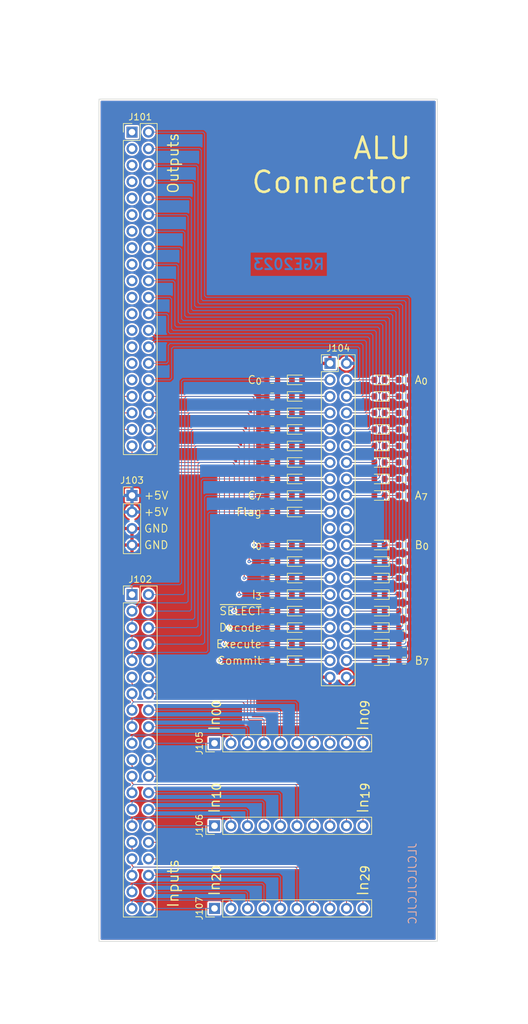
<source format=kicad_pcb>
(kicad_pcb (version 20211014) (generator pcbnew)
  (layers (0 "F.Cu" signal) (31 "B.Cu" signal) (34 "B.Paste" user) (35 "F.Paste" user) (36 "B.SilkS" user "B.Silkscreen") (37 "F.SilkS" user "F.Silkscreen") (38 "B.Mask" user) (39 "F.Mask" user) (44 "Edge.Cuts" user))
  (net 0 "")
  (net 2 "/A_{0}")
  (net 4 "/A_{1}")
  (net 6 "/A_{2}")
  (net 8 "/A_{3}")
  (net 10 "/A_{4}")
  (net 12 "/A_{5}")
  (net 14 "/A_{6}")
  (net 16 "/A_{7}")
  (net 18 "/B_{0}")
  (net 20 "/B_{1}")
  (net 22 "/B_{2}")
  (net 24 "/B_{3}")
  (net 25 "/I_{0}")
  (net 26 "/B_{4}")
  (net 27 "/I_{1}")
  (net 28 "/B_{5}")
  (net 29 "/I_{2}")
  (net 30 "/B_{6}")
  (net 31 "/I_{3}")
  (net 32 "/B_{7}")
  (net 33 "/~{SELECT}")
  (net 34 "Net-(D101-Pad1)")
  (net 35 "/Decode")
  (net 36 "Net-(D102-Pad1)")
  (net 37 "/Execute")
  (net 38 "Net-(D103-Pad1)")
  (net 39 "/Commit")
  (net 40 "Net-(D104-Pad1)")
  (net 41 "Net-(D116-Pad1)")
  (net 42 "/In_{18}")
  (net 43 "/In_{19}")
  (net 44 "/In_{16}")
  (net 45 "/In_{17}")
  (net 46 "/In_{15}")
  (net 47 "/DALU_{flag}")
  (net 48 "/In_{14}")
  (net 49 "/In_{13}")
  (net 50 "/In_{12}")
  (net 51 "/In_{11}")
  (net 52 "/In_{10}")
  (net 53 "+5V")
  (net 54 "GND")
  (net 55 "/C_{0}")
  (net 56 "/C_{1}")
  (net 57 "/C_{2}")
  (net 58 "/C_{3}")
  (net 59 "/C_{4}")
  (net 60 "/C_{5}")
  (net 61 "/C_{6}")
  (net 62 "/C_{7}")
  (net 66 "Net-(D105-Pad1)")
  (net 67 "Net-(D106-Pad1)")
  (net 68 "Net-(D107-Pad1)")
  (net 69 "Net-(D108-Pad1)")
  (net 74 "Net-(D109-Pad1)")
  (net 75 "/In_{28}")
  (net 76 "Net-(D111-Pad1)")
  (net 77 "Net-(D110-Pad1)")
  (net 78 "Net-(D112-Pad1)")
  (net 79 "Net-(D113-Pad1)")
  (net 80 "Net-(D114-Pad1)")
  (net 81 "Net-(D115-Pad1)")
  (net 82 "Net-(D117-Pad1)")
  (net 83 "Net-(D118-Pad1)")
  (net 84 "Net-(D119-Pad1)")
  (net 85 "Net-(D120-Pad1)")
  (net 86 "Net-(D121-Pad1)")
  (net 87 "Net-(D122-Pad1)")
  (net 88 "Net-(D123-Pad1)")
  (net 89 "Net-(D124-Pad1)")
  (net 90 "/In_{29}")
  (net 91 "/In_{26}")
  (net 92 "/In_{27}")
  (net 93 "/In_{25}")
  (net 94 "/In_{24}")
  (net 95 "/In_{23}")
  (net 96 "/In_{22}")
  (net 97 "/In_{21}")
  (net 98 "/In_{20}")
  (net 99 "Net-(D125-Pad1)")
  (net 100 "Net-(D126-Pad1)")
  (net 101 "Net-(D127-Pad1)")
  (net 102 "Net-(D128-Pad1)")
  (net 103 "Net-(D129-Pad1)")
  (net 104 "Net-(D130-Pad1)")
  (net 105 "Net-(D131-Pad1)")
  (net 106 "Net-(D132-Pad1)")
  (net 107 "Net-(D133-Pad1)")
  (net 109 "/In_{00}")
  (net 110 "/In_{01}")
  (net 111 "/In_{02}")
  (net 112 "/In_{03}")
  (net 113 "/In_{04}")
  (net 114 "/In_{05}")
  (net 115 "/In_{06}")
  (net 116 "/In_{07}")
  (net 117 "/In_{08}")
  (net 118 "/In_{09}")
  (footprint "Resistor_SMD:R_0603_1608Metric" (layer "F.Cu") (at 92.71 124.46)
    (fp_text reference "R121" hide)
    (fp_text value "4k7")
  )
  (footprint "Resistor_SMD:R_0603_1608Metric" (layer "F.Cu") (at 92.71 96.52)
    (fp_text reference "R112" hide)
    (fp_text value "4k7")
  )
  (footprint "Resistor_SMD:R_0603_1608Metric" (layer "F.Cu") (at 72.39 104.14 180)
    (fp_text reference "R131" hide)
    (fp_text value "4k7")
  )
  (footprint "Connector_PinHeader_2.54mm:PinHeader_2x20_P2.54mm_Vertical" (layer "F.Cu") (at 50.8 50.8)
    (fp_text reference "J101")
    (fp_text value "Conn_02x20_Odd_Even")
  )
  (footprint "LED_SMD:LED_0603_1608Metric" (layer "F.Cu") (at 76.2 109.22)
    (fp_text reference "D133" hide)
    (fp_text value "Yellow")
  )
  (footprint "Resistor_SMD:R_0603_1608Metric" (layer "F.Cu") (at 92.71 119.38)
    (fp_text reference "R119" hide)
    (fp_text value "4k7")
  )
  (footprint "Resistor_SMD:R_0603_1608Metric" (layer "F.Cu") (at 72.39 132.08)
    (fp_text reference "R108" hide)
    (fp_text value "4k7")
  )
  (footprint "LED_SMD:LED_0603_1608Metric" (layer "F.Cu") (at 76.2 106.68)
    (fp_text reference "D132" hide)
    (fp_text value "Yellow")
  )
  (footprint "LED_SMD:LED_0603_1608Metric" (layer "F.Cu") (at 88.9 121.92 180)
    (fp_text reference "D120" hide)
    (fp_text value "Green")
  )
  (footprint "Resistor_SMD:R_0603_1608Metric" (layer "F.Cu") (at 92.71 127)
    (fp_text reference "R122" hide)
    (fp_text value "4k7")
  )
  (footprint "Resistor_SMD:R_0603_1608Metric" (layer "F.Cu") (at 92.71 106.68)
    (fp_text reference "R116" hide)
    (fp_text value "4k7")
  )
  (footprint "LED_SMD:LED_0603_1608Metric" (layer "F.Cu") (at 76.2 121.92)
    (fp_text reference "D104" hide)
    (fp_text value "Blue")
  )
  (footprint "Resistor_SMD:R_0603_1608Metric" (layer "F.Cu") (at 72.39 119.38)
    (fp_text reference "R103" hide)
    (fp_text value "4k7")
  )
  (footprint "LED_SMD:LED_0603_1608Metric" (layer "F.Cu") (at 76.2 119.38)
    (fp_text reference "D103" hide)
    (fp_text value "Blue")
  )
  (footprint "LED_SMD:LED_0603_1608Metric" (layer "F.Cu") (at 88.9 101.6 180)
    (fp_text reference "D114" hide)
    (fp_text value "Green")
  )
  (footprint "LED_SMD:LED_0603_1608Metric" (layer "F.Cu") (at 76.2 129.54)
    (fp_text reference "D107" hide)
    (fp_text value "Blue")
  )
  (footprint "Resistor_SMD:R_0603_1608Metric" (layer "F.Cu") (at 92.71 91.44)
    (fp_text reference "R110" hide)
    (fp_text value "4k7")
  )
  (footprint "Resistor_SMD:R_0603_1608Metric" (layer "F.Cu") (at 72.39 116.84)
    (fp_text reference "R102" hide)
    (fp_text value "4k7")
  )
  (footprint "LED_SMD:LED_0603_1608Metric" (layer "F.Cu") (at 76.2 93.98)
    (fp_text reference "D127" hide)
    (fp_text value "Yellow")
  )
  (footprint "Resistor_SMD:R_0603_1608Metric" (layer "F.Cu") (at 72.39 91.44 180)
    (fp_text reference "R126" hide)
    (fp_text value "4k7")
  )
  (footprint "Resistor_SMD:R_0603_1608Metric" (layer "F.Cu") (at 92.71 129.54)
    (fp_text reference "R123" hide)
    (fp_text value "4k7")
  )
  (footprint "Resistor_SMD:R_0603_1608Metric" (layer "F.Cu") (at 92.71 104.14)
    (fp_text reference "R115" hide)
    (fp_text value "4k7")
  )
  (footprint "Resistor_SMD:R_0603_1608Metric" (layer "F.Cu") (at 92.71 114.3)
    (fp_text reference "R117" hide)
    (fp_text value "4k7")
  )
  (footprint "LED_SMD:LED_0603_1608Metric" (layer "F.Cu") (at 76.2 132.08)
    (fp_text reference "D108" hide)
    (fp_text value "Blue")
  )
  (footprint "Resistor_SMD:R_0603_1608Metric" (layer "F.Cu") (at 72.39 109.22 180)
    (fp_text reference "R133" hide)
    (fp_text value "4k7")
  )
  (footprint "LED_SMD:LED_0603_1608Metric" (layer "F.Cu") (at 88.9 91.44 180)
    (fp_text reference "D110" hide)
    (fp_text value "Green")
  )
  (footprint "LED_SMD:LED_0603_1608Metric" (layer "F.Cu") (at 88.9 106.68 180)
    (fp_text reference "D116" hide)
    (fp_text value "Green")
  )
  (footprint "Resistor_SMD:R_0603_1608Metric" (layer "F.Cu") (at 72.39 99.06 180)
    (fp_text reference "R129" hide)
    (fp_text value "4k7")
  )
  (footprint "LED_SMD:LED_0603_1608Metric" (layer "F.Cu") (at 76.2 116.84)
    (fp_text reference "D102" hide)
    (fp_text value "Blue")
  )
  (footprint "Resistor_SMD:R_0603_1608Metric" (layer "F.Cu") (at 72.39 129.54)
    (fp_text reference "R107" hide)
    (fp_text value "4k7")
  )
  (footprint "LED_SMD:LED_0603_1608Metric" (layer "F.Cu") (at 88.9 127 180)
    (fp_text reference "D122" hide)
    (fp_text value "Green")
  )
  (footprint "LED_SMD:LED_0603_1608Metric" (layer "F.Cu") (at 76.2 88.9)
    (fp_text reference "D125" hide)
    (fp_text value "Yellow")
  )
  (footprint "LED_SMD:LED_0603_1608Metric" (layer "F.Cu") (at 76.2 127)
    (fp_text reference "D106" hide)
    (fp_text value "Blue")
  )
  (footprint "LED_SMD:LED_0603_1608Metric" (layer "F.Cu") (at 88.9 104.14 180)
    (fp_text reference "D115" hide)
    (fp_text value "Green")
  )
  (footprint "LED_SMD:LED_0603_1608Metric" (layer "F.Cu") (at 76.2 91.44)
    (fp_text reference "D126" hide)
    (fp_text value "Yellow")
  )
  (footprint "LED_SMD:LED_0603_1608Metric" (layer "F.Cu") (at 88.9 96.52 180)
    (fp_text reference "D112" hide)
    (fp_text value "Green")
  )
  (footprint "LED_SMD:LED_0603_1608Metric" (layer "F.Cu") (at 88.9 132.08 180)
    (fp_text reference "D124" hide)
    (fp_text value "Green")
  )
  (footprint "LED_SMD:LED_0603_1608Metric" (layer "F.Cu") (at 76.2 96.52)
    (fp_text reference "D128" hide)
    (fp_text value "Yellow")
  )
  (footprint "LED_SMD:LED_0603_1608Metric" (layer "F.Cu") (at 88.9 124.46 180)
    (fp_text reference "D121" hide)
    (fp_text value "Green")
  )
  (footprint "LED_SMD:LED_0603_1608Metric" (layer "F.Cu") (at 88.9 129.54 180)
    (fp_text reference "D123" hide)
    (fp_text value "Green")
  )
  (footprint "Resistor_SMD:R_0603_1608Metric" (layer "F.Cu") (at 92.71 121.92)
    (fp_text reference "R120" hide)
    (fp_text value "4k7")
  )
  (footprint "Resistor_SMD:R_0603_1608Metric" (layer "F.Cu") (at 72.39 124.46)
    (fp_text reference "R105" hide)
    (fp_text value "4k7")
  )
  (footprint "LED_SMD:LED_0603_1608Metric" (layer "F.Cu") (at 88.9 93.98 180)
    (fp_text reference "D111" hide)
    (fp_text value "Green")
  )
  (footprint "Connector_PinHeader_2.54mm:PinHeader_2x20_P2.54mm_Vertical" (layer "F.Cu") (at 81.28 86.36)
    (fp_text reference "J104")
    (fp_text value "Conn_02x20_Odd_Even")
  )
  (footprint "Resistor_SMD:R_0603_1608Metric" (layer "F.Cu") (at 92.71 116.84)
    (fp_text reference "R118" hide)
    (fp_text value "4k7")
  )
  (footprint "Connector_PinHeader_2.54mm:PinHeader_1x10_P2.54mm_Vertical" (layer "F.Cu") (at 63.5 170.18 90)
    (fp_text reference "J107")
    (fp_text value "Conn_01x10")
  )
  (footprint "LED_SMD:LED_0603_1608Metric" (layer "F.Cu") (at 88.9 114.3 180)
    (fp_text reference "D117" hide)
    (fp_text value "Green")
  )
  (footprint "LED_SMD:LED_0603_1608Metric" (layer "F.Cu") (at 88.9 119.38 180)
    (fp_text reference "D119" hide)
    (fp_text value "Green")
  )
  (footprint "Resistor_SMD:R_0603_1608Metric" (layer "F.Cu") (at 72.39 93.98 180)
    (fp_text reference "R127" hide)
    (fp_text value "4k7")
  )
  (footprint "Resistor_SMD:R_0603_1608Metric" (layer "F.Cu") (at 72.39 106.68 180)
    (fp_text reference "R132" hide)
    (fp_text value "4k7")
  )
  (footprint "LED_SMD:LED_0603_1608Metric" (layer "F.Cu") (at 88.9 99.06 180)
    (fp_text reference "D113" hide)
    (fp_text value "Green")
  )
  (footprint "Resistor_SMD:R_0603_1608Metric" (layer "F.Cu") (at 72.39 114.3)
    (fp_text reference "R101" hide)
    (fp_text value "4k7")
  )
  (footprint "LED_SMD:LED_0603_1608Metric" (layer "F.Cu") (at 76.2 104.14)
    (fp_text reference "D131" hide)
    (fp_text value "Yellow")
  )
  (footprint "Connector_PinHeader_2.54mm:PinHeader_1x10_P2.54mm_Vertical" (layer "F.Cu") (at 63.5 144.78 90)
    (fp_text reference "J105")
    (fp_text value "Conn_01x10")
  )
  (footprint "Connector_PinHeader_2.54mm:PinHeader_1x04_P2.54mm_Vertical" (layer "F.Cu") (at 50.8 106.68)
    (fp_text reference "J103")
    (fp_text value "Conn_01x04")
  )
  (footprint "Resistor_SMD:R_0603_1608Metric" (layer "F.Cu") (at 92.71 101.6)
    (fp_text reference "R114" hide)
    (fp_text value "4k7")
  )
  (footprint "Resistor_SMD:R_0603_1608Metric" (layer "F.Cu") (at 92.71 88.9)
    (fp_text reference "R109" hide)
    (fp_text value "4k7")
  )
  (footprint "Connector_PinHeader_2.54mm:PinHeader_1x10_P2.54mm_Vertical" (layer "F.Cu") (at 63.5 157.48 90)
    (fp_text reference "J106")
    (fp_text value "Conn_01x10")
  )
  (footprint "LED_SMD:LED_0603_1608Metric" (layer "F.Cu") (at 88.9 116.84 180)
    (fp_text reference "D118" hide)
    (fp_text value "Green")
  )
  (footprint "LED_SMD:LED_0603_1608Metric" (layer "F.Cu") (at 76.2 114.3)
    (fp_text reference "D101" hide)
    (fp_text value "Blue")
  )
  (footprint "Resistor_SMD:R_0603_1608Metric" (layer "F.Cu") (at 72.39 88.9 180)
    (fp_text reference "R125" hide)
    (fp_text value "4k7")
  )
  (footprint "Resistor_SMD:R_0603_1608Metric" (layer "F.Cu") (at 92.71 99.06)
    (fp_text reference "R113" hide)
    (fp_text value "4k7")
  )
  (footprint "LED_SMD:LED_0603_1608Metric" (layer "F.Cu") (at 88.9 88.9 180)
    (fp_text reference "D109" hide)
    (fp_text value "Green")
  )
  (footprint "Resistor_SMD:R_0603_1608Metric" (layer "F.Cu") (at 72.39 96.52 180)
    (fp_text reference "R128" hide)
    (fp_text value "4k7")
  )
  (footprint "Resistor_SMD:R_0603_1608Metric" (layer "F.Cu") (at 92.71 93.98)
    (fp_text reference "R111" hide)
    (fp_text value "4k7")
  )
  (footprint "Resistor_SMD:R_0603_1608Metric" (layer "F.Cu") (at 72.39 127)
    (fp_text reference "R106" hide)
    (fp_text value "4k7")
  )
  (footprint "Resistor_SMD:R_0603_1608Metric" (layer "F.Cu") (at 92.71 132.08)
    (fp_text reference "R124" hide)
    (fp_text value "4k7")
  )
  (footprint "Resistor_SMD:R_0603_1608Metric" (layer "F.Cu") (at 72.39 101.6 180)
    (fp_text reference "R130" hide)
    (fp_text value "4k7")
  )
  (footprint "LED_SMD:LED_0603_1608Metric" (layer "F.Cu") (at 76.2 101.6)
    (fp_text reference "D130" hide)
    (fp_text value "Yellow")
  )
  (footprint "LED_SMD:LED_0603_1608Metric" (layer "F.Cu") (at 76.2 99.06)
    (fp_text reference "D129" hide)
    (fp_text value "Yellow")
  )
  (footprint "Connector_PinHeader_2.54mm:PinHeader_2x20_P2.54mm_Vertical" (layer "F.Cu") (at 50.8 121.92)
    (fp_text reference "J102")
    (fp_text value "Conn_02x20_Odd_Even")
  )
  (footprint "LED_SMD:LED_0603_1608Metric" (layer "F.Cu") (at 76.2 124.46)
    (fp_text reference "D105" hide)
    (fp_text value "Blue")
  )
  (footprint "Resistor_SMD:R_0603_1608Metric" (layer "F.Cu") (at 72.39 121.92)
    (fp_text reference "R104" hide)
    (fp_text value "4k7")
  )
  (gr_rect (start 45.72 45.72) (end 97.79 175.26) (layer "Edge.Cuts") (width 0.1) (fill none))
  (gr_text "RGE2023" (at 74.93 71.12) (layer "B.Cu") (effects (font (size 1.6256 1.6256) (thickness 0.3048)) (justify mirror)))
  (gr_text "JLCJLCJLCJLC" (at 93.98 166.37 90) (layer "B.SilkS") (effects (font (size 1.2192 1.2192) (thickness 0.1524)) (justify mirror)))
  (gr_text "In_{20}" (at 63.5 168.402 90) (layer "F.SilkS") (effects (font (size 1.6256 1.6256) (thickness 0.2032)) (justify left)))
  (gr_text "C_{7}" (at 70.866 106.68) (layer "F.SilkS") (effects (font (size 1.2192 1.2192) (thickness 0.1524)) (justify right)))
  (gr_text "+5V" (at 52.578 109.22) (layer "F.SilkS") (effects (font (size 1.2192 1.2192) (thickness 0.1524)) (justify left)))
  (gr_text "C_{0}" (at 70.866 88.9) (layer "F.SilkS") (effects (font (size 1.2192 1.2192) (thickness 0.1524)) (justify right)))
  (gr_text "A_{0}" (at 94.234 88.9) (layer "F.SilkS") (effects (font (size 1.2192 1.2192) (thickness 0.1524)) (justify left)))
  (gr_text "GND" (at 52.578 111.76) (layer "F.SilkS") (effects (font (size 1.2192 1.2192) (thickness 0.1524)) (justify left)))
  (gr_text "Inputs" (at 57.15 170.18 90) (layer "F.SilkS") (effects (font (size 1.6256 1.6256) (thickness 0.2032)) (justify left)))
  (gr_text "Flag" (at 70.866 109.22) (layer "F.SilkS") (effects (font (size 1.2192 1.2192) (thickness 0.1524)) (justify right)))
  (gr_text "+5V" (at 52.578 106.68) (layer "F.SilkS") (effects (font (size 1.2192 1.2192) (thickness 0.1524)) (justify left)))
  (gr_text "In_{19}" (at 86.36 155.702 90) (layer "F.SilkS") (effects (font (size 1.6256 1.6256) (thickness 0.2032)) (justify left)))
  (gr_text "Commit" (at 70.866 132.08) (layer "F.SilkS") (effects (font (size 1.2192 1.2192) (thickness 0.1524)) (justify right)))
  (gr_text "Execute" (at 70.866 129.54) (layer "F.SilkS") (effects (font (size 1.2192 1.2192) (thickness 0.1524)) (justify right)))
  (gr_text "In_{00}" (at 63.5 143.002 90) (layer "F.SilkS") (effects (font (size 1.6256 1.6256) (thickness 0.2032)) (justify left)))
  (gr_text "A_{7}" (at 94.234 106.68) (layer "F.SilkS") (effects (font (size 1.2192 1.2192) (thickness 0.1524)) (justify left)))
  (gr_text "GND" (at 52.578 114.3) (layer "F.SilkS") (effects (font (size 1.2192 1.2192) (thickness 0.1524)) (justify left)))
  (gr_text "Decode" (at 70.866 127) (layer "F.SilkS") (effects (font (size 1.2192 1.2192) (thickness 0.1524)) (justify right)))
  (gr_text "In_{09}" (at 86.36 143.002 90) (layer "F.SilkS") (effects (font (size 1.6256 1.6256) (thickness 0.2032)) (justify left)))
  (gr_text "~{SELECT}" (at 70.866 124.46) (layer "F.SilkS") (effects (font (size 1.2192 1.2192) (thickness 0.1524)) (justify right)))
  (gr_text "I_{0}" (at 70.866 114.3) (layer "F.SilkS") (effects (font (size 1.2192 1.2192) (thickness 0.1524)) (justify right)))
  (gr_text "B_{0}" (at 94.234 114.3) (layer "F.SilkS") (effects (font (size 1.2192 1.2192) (thickness 0.1524)) (justify left)))
  (gr_text "In_{29}" (at 86.36 168.402 90) (layer "F.SilkS") (effects (font (size 1.6256 1.6256) (thickness 0.2032)) (justify left)))
  (gr_text "ALU\nConnector" (at 93.98 55.88) (layer "F.SilkS") (effects (font (size 3.2512 3.2512) (thickness 0.4064)) (justify right)))
  (gr_text "In_{10}" (at 63.5 155.702 90) (layer "F.SilkS") (effects (font (size 1.6256 1.6256) (thickness 0.2032)) (justify left)))
  (gr_text "I_{3}" (at 70.866 121.92) (layer "F.SilkS") (effects (font (size 1.2192 1.2192) (thickness 0.1524)) (justify right)))
  (gr_text "B_{7}" (at 94.234 132.08) (layer "F.SilkS") (effects (font (size 1.2192 1.2192) (thickness 0.1524)) (justify left)))
  (gr_text "Outputs" (at 57.15 50.8 90) (layer "F.SilkS") (effects (font (size 1.6256 1.6256) (thickness 0.2032)) (justify right)))
  (segment (start 83.82 88.9) (end 88.1125 88.9) (width 0.127) (layer "F.Cu") (net 2))
  (segment (start 56.642 88.9) (end 53.34 88.9) (width 0.127) (layer "B.Cu") (net 2))
  (segment (start 85.598 88.9) (end 85.852 88.646) (width 0.127) (layer "B.Cu") (net 2))
  (segment (start 57.15 83.82) (end 56.896 84.074) (width 0.127) (layer "B.Cu") (net 2))
  (segment (start 85.852 84.074) (end 85.598 83.82) (width 0.127) (layer "B.Cu") (net 2))
  (segment (start 85.852 88.646) (end 85.852 84.074) (width 0.127) (layer "B.Cu") (net 2))
  (segment (start 56.896 84.074) (end 56.896 88.646) (width 0.127) (layer "B.Cu") (net 2))
  (segment (start 56.896 88.646) (end 56.642 88.9) (width 0.127) (layer "B.Cu") (net 2))
  (segment (start 85.598 83.82) (end 57.15 83.82) (width 0.127) (layer "B.Cu") (net 2))
  (segment (start 83.82 88.9) (end 85.598 88.9) (width 0.127) (layer "B.Cu") (net 2))
  (segment (start 83.82 91.44) (end 88.1125 91.44) (width 0.127) (layer "F.Cu") (net 4))
  (segment (start 86.36 83.566) (end 86.106 83.312) (width 0.127) (layer "B.Cu") (net 4))
  (segment (start 56.388 83.566) (end 56.388 86.106) (width 0.127) (layer "B.Cu") (net 4))
  (segment (start 56.134 86.36) (end 53.34 86.36) (width 0.127) (layer "B.Cu") (net 4))
  (segment (start 86.36 91.186) (end 86.36 83.566) (width 0.127) (layer "B.Cu") (net 4))
  (segment (start 86.106 83.312) (end 56.642 83.312) (width 0.127) (layer "B.Cu") (net 4))
  (segment (start 56.642 83.312) (end 56.388 83.566) (width 0.127) (layer "B.Cu") (net 4))
  (segment (start 83.82 91.44) (end 86.106 91.44) (width 0.127) (layer "B.Cu") (net 4))
  (segment (start 56.388 86.106) (end 56.134 86.36) (width 0.127) (layer "B.Cu") (net 4))
  (segment (start 86.106 91.44) (end 86.36 91.186) (width 0.127) (layer "B.Cu") (net 4))
  (segment (start 83.82 93.98) (end 88.1125 93.98) (width 0.127) (layer "F.Cu") (net 6))
  (segment (start 54.356 82.804) (end 53.34 83.82) (width 0.127) (layer "B.Cu") (net 6))
  (segment (start 83.82 93.98) (end 86.614 93.98) (width 0.127) (layer "B.Cu") (net 6))
  (segment (start 86.614 82.804) (end 54.356 82.804) (width 0.127) (layer "B.Cu") (net 6))
  (segment (start 86.868 93.726) (end 86.868 83.058) (width 0.127) (layer "B.Cu") (net 6))
  (segment (start 86.868 83.058) (end 86.614 82.804) (width 0.127) (layer "B.Cu") (net 6))
  (segment (start 86.614 93.98) (end 86.868 93.726) (width 0.127) (layer "B.Cu") (net 6))
  (segment (start 83.82 96.52) (end 88.1125 96.52) (width 0.127) (layer "F.Cu") (net 8))
  (segment (start 87.122 82.296) (end 54.356 82.296) (width 0.127) (layer "B.Cu") (net 8))
  (segment (start 87.376 82.55) (end 87.122 82.296) (width 0.127) (layer "B.Cu") (net 8))
  (segment (start 54.356 82.296) (end 53.34 81.28) (width 0.127) (layer "B.Cu") (net 8))
  (segment (start 87.122 96.52) (end 87.376 96.266) (width 0.127) (layer "B.Cu") (net 8))
  (segment (start 83.82 96.52) (end 87.122 96.52) (width 0.127) (layer "B.Cu") (net 8))
  (segment (start 87.376 96.266) (end 87.376 82.55) (width 0.127) (layer "B.Cu") (net 8))
  (segment (start 83.82 99.06) (end 88.1125 99.06) (width 0.127) (layer "F.Cu") (net 10))
  (segment (start 87.884 82.042) (end 87.63 81.788) (width 0.127) (layer "B.Cu") (net 10))
  (segment (start 56.388 81.534) (end 56.388 78.994) (width 0.127) (layer "B.Cu") (net 10))
  (segment (start 83.82 99.06) (end 87.63 99.06) (width 0.127) (layer "B.Cu") (net 10))
  (segment (start 87.63 99.06) (end 87.884 98.806) (width 0.127) (layer "B.Cu") (net 10))
  (segment (start 56.388 78.994) (end 56.134 78.74) (width 0.127) (layer "B.Cu") (net 10))
  (segment (start 56.642 81.788) (end 56.388 81.534) (width 0.127) (layer "B.Cu") (net 10))
  (segment (start 87.884 98.806) (end 87.884 82.042) (width 0.127) (layer "B.Cu") (net 10))
  (segment (start 56.134 78.74) (end 53.34 78.74) (width 0.127) (layer "B.Cu") (net 10))
  (segment (start 87.63 81.788) (end 56.642 81.788) (width 0.127) (layer "B.Cu") (net 10))
  (segment (start 83.82 101.6) (end 88.1125 101.6) (width 0.127) (layer "F.Cu") (net 12))
  (segment (start 56.896 76.454) (end 56.642 76.2) (width 0.127) (layer "B.Cu") (net 12))
  (segment (start 56.896 81.026) (end 56.896 76.454) (width 0.127) (layer "B.Cu") (net 12))
  (segment (start 88.392 101.346) (end 88.392 81.534) (width 0.127) (layer "B.Cu") (net 12))
  (segment (start 56.642 76.2) (end 53.34 76.2) (width 0.127) (layer "B.Cu") (net 12))
  (segment (start 88.138 101.6) (end 88.392 101.346) (width 0.127) (layer "B.Cu") (net 12))
  (segment (start 57.15 81.28) (end 56.896 81.026) (width 0.127) (layer "B.Cu") (net 12))
  (segment (start 88.392 81.534) (end 88.138 81.28) (width 0.127) (layer "B.Cu") (net 12))
  (segment (start 88.138 81.28) (end 57.15 81.28) (width 0.127) (layer "B.Cu") (net 12))
  (segment (start 83.82 101.6) (end 88.138 101.6) (width 0.127) (layer "B.Cu") (net 12))
  (segment (start 83.82 104.14) (end 88.1125 104.14) (width 0.127) (layer "F.Cu") (net 14))
  (segment (start 57.404 80.518) (end 57.404 73.914) (width 0.127) (layer "B.Cu") (net 14))
  (segment (start 88.9 81.026) (end 88.646 80.772) (width 0.127) (layer "B.Cu") (net 14))
  (segment (start 57.404 73.914) (end 57.15 73.66) (width 0.127) (layer "B.Cu") (net 14))
  (segment (start 88.646 104.14) (end 88.9 103.886) (width 0.127) (layer "B.Cu") (net 14))
  (segment (start 57.15 73.66) (end 53.34 73.66) (width 0.127) (layer "B.Cu") (net 14))
  (segment (start 83.82 104.14) (end 88.646 104.14) (width 0.127) (layer "B.Cu") (net 14))
  (segment (start 88.9 103.886) (end 88.9 81.026) (width 0.127) (layer "B.Cu") (net 14))
  (segment (start 88.646 80.772) (end 57.658 80.772) (width 0.127) (layer "B.Cu") (net 14))
  (segment (start 57.658 80.772) (end 57.404 80.518) (width 0.127) (layer "B.Cu") (net 14))
  (segment (start 83.82 106.68) (end 88.1125 106.68) (width 0.127) (layer "F.Cu") (net 16))
  (segment (start 89.154 80.264) (end 58.166 80.264) (width 0.127) (layer "B.Cu") (net 16))
  (segment (start 89.408 80.518) (end 89.154 80.264) (width 0.127) (layer "B.Cu") (net 16))
  (segment (start 57.912 80.01) (end 57.912 71.374) (width 0.127) (layer "B.Cu") (net 16))
  (segment (start 89.408 106.426) (end 89.408 80.518) (width 0.127) (layer "B.Cu") (net 16))
  (segment (start 58.166 80.264) (end 57.912 80.01) (width 0.127) (layer "B.Cu") (net 16))
  (segment (start 57.912 71.374) (end 57.658 71.12) (width 0.127) (layer "B.Cu") (net 16))
  (segment (start 83.82 106.68) (end 89.154 106.68) (width 0.127) (layer "B.Cu") (net 16))
  (segment (start 57.658 71.12) (end 53.34 71.12) (width 0.127) (layer "B.Cu") (net 16))
  (segment (start 89.154 106.68) (end 89.408 106.426) (width 0.127) (layer "B.Cu") (net 16))
  (segment (start 83.82 114.3) (end 88.1125 114.3) (width 0.127) (layer "F.Cu") (net 18))
  (segment (start 89.662 114.3) (end 89.916 114.046) (width 0.127) (layer "B.Cu") (net 18))
  (segment (start 89.916 80.01) (end 89.662 79.756) (width 0.127) (layer "B.Cu") (net 18))
  (segment (start 83.82 114.3) (end 89.662 114.3) (width 0.127) (layer "B.Cu") (net 18))
  (segment (start 89.916 114.046) (end 89.916 80.01) (width 0.127) (layer "B.Cu") (net 18))
  (segment (start 89.662 79.756) (end 58.674 79.756) (width 0.127) (layer "B.Cu") (net 18))
  (segment (start 58.42 68.834) (end 58.166 68.58) (width 0.127) (layer "B.Cu") (net 18))
  (segment (start 58.42 79.502) (end 58.42 68.834) (width 0.127) (layer "B.Cu") (net 18))
  (segment (start 58.674 79.756) (end 58.42 79.502) (width 0.127) (layer "B.Cu") (net 18))
  (segment (start 58.166 68.58) (end 53.34 68.58) (width 0.127) (layer "B.Cu") (net 18))
  (segment (start 83.82 116.84) (end 88.1125 116.84) (width 0.127) (layer "F.Cu") (net 20))
  (segment (start 58.928 78.994) (end 58.928 66.294) (width 0.127) (layer "B.Cu") (net 20))
  (segment (start 83.82 116.84) (end 90.17 116.84) (width 0.127) (layer "B.Cu") (net 20))
  (segment (start 58.928 66.294) (end 58.674 66.04) (width 0.127) (layer "B.Cu") (net 20))
  (segment (start 90.17 79.248) (end 59.182 79.248) (width 0.127) (layer "B.Cu") (net 20))
  (segment (start 59.182 79.248) (end 58.928 78.994) (width 0.127) (layer "B.Cu") (net 20))
  (segment (start 58.674 66.04) (end 53.34 66.04) (width 0.127) (layer "B.Cu") (net 20))
  (segment (start 90.424 116.586) (end 90.424 79.502) (width 0.127) (layer "B.Cu") (net 20))
  (segment (start 90.17 116.84) (end 90.424 116.586) (width 0.127) (layer "B.Cu") (net 20))
  (segment (start 90.424 79.502) (end 90.17 79.248) (width 0.127) (layer "B.Cu") (net 20))
  (segment (start 83.82 119.38) (end 88.1125 119.38) (width 0.127) (layer "F.Cu") (net 22))
  (segment (start 90.678 78.74) (end 59.69 78.74) (width 0.127) (layer "B.Cu") (net 22))
  (segment (start 83.82 119.38) (end 90.678 119.38) (width 0.127) (layer "B.Cu") (net 22))
  (segment (start 59.436 78.486) (end 59.436 63.754) (width 0.127) (layer "B.Cu") (net 22))
  (segment (start 59.182 63.5) (end 53.34 63.5) (width 0.127) (layer "B.Cu") (net 22))
  (segment (start 90.678 119.38) (end 90.932 119.126) (width 0.127) (layer "B.Cu") (net 22))
  (segment (start 59.436 63.754) (end 59.182 63.5) (width 0.127) (layer "B.Cu") (net 22))
  (segment (start 59.69 78.74) (end 59.436 78.486) (width 0.127) (layer "B.Cu") (net 22))
  (segment (start 90.932 78.994) (end 90.678 78.74) (width 0.127) (layer "B.Cu") (net 22))
  (segment (start 90.932 119.126) (end 90.932 78.994) (width 0.127) (layer "B.Cu") (net 22))
  (segment (start 83.82 121.92) (end 88.1125 121.92) (width 0.127) (layer "F.Cu") (net 24))
  (segment (start 60.198 78.232) (end 59.944 77.978) (width 0.127) (layer "B.Cu") (net 24))
  (segment (start 59.69 60.96) (end 53.34 60.96) (width 0.127) (layer "B.Cu") (net 24))
  (segment (start 91.186 78.232) (end 60.198 78.232) (width 0.127) (layer "B.Cu") (net 24))
  (segment (start 59.944 77.978) (end 59.944 61.214) (width 0.127) (layer "B.Cu") (net 24))
  (segment (start 91.44 78.486) (end 91.186 78.232) (width 0.127) (layer "B.Cu") (net 24))
  (segment (start 83.82 121.92) (end 91.186 121.92) (width 0.127) (layer "B.Cu") (net 24))
  (segment (start 91.186 121.92) (end 91.44 121.666) (width 0.127) (layer "B.Cu") (net 24))
  (segment (start 91.44 121.666) (end 91.44 78.486) (width 0.127) (layer "B.Cu") (net 24))
  (segment (start 59.944 61.214) (end 59.69 60.96) (width 0.127) (layer "B.Cu") (net 24))
  (segment (start 69.342 91.44) (end 53.34 91.44) (width 0.127) (layer "F.Cu") (net 25))
  (segment (start 69.596 114.3) (end 69.596 91.694) (width 0.127) (layer "F.Cu") (net 25))
  (segment (start 69.596 91.694) (end 69.342 91.44) (width 0.127) (layer "F.Cu") (net 25))
  (segment (start 76.9875 114.3) (end 81.28 114.3) (width 0.127) (layer "F.Cu") (net 25))
  (via (at 69.596 114.3) (size 0.499999) (drill 0.20066) (layers "F.Cu" "B.Cu") (net 25))
  (segment (start 81.28 114.3) (end 69.596 114.3) (width 0.127) (layer "B.Cu") (net 25))
  (segment (start 83.82 124.46) (end 88.1125 124.46) (width 0.127) (layer "F.Cu") (net 26))
  (segment (start 91.948 77.978) (end 91.694 77.724) (width 0.127) (layer "B.Cu") (net 26))
  (segment (start 60.706 77.724) (end 60.452 77.47) (width 0.127) (layer "B.Cu") (net 26))
  (segment (start 91.694 77.724) (end 60.706 77.724) (width 0.127) (layer "B.Cu") (net 26))
  (segment (start 83.82 124.46) (end 91.694 124.46) (width 0.127) (layer "B.Cu") (net 26))
  (segment (start 91.948 124.206) (end 91.948 77.978) (width 0.127) (layer "B.Cu") (net 26))
  (segment (start 60.452 77.47) (end 60.452 58.674) (width 0.127) (layer "B.Cu") (net 26))
  (segment (start 60.452 58.674) (end 60.198 58.42) (width 0.127) (layer "B.Cu") (net 26))
  (segment (start 60.198 58.42) (end 53.34 58.42) (width 0.127) (layer "B.Cu") (net 26))
  (segment (start 91.694 124.46) (end 91.948 124.206) (width 0.127) (layer "B.Cu") (net 26))
  (segment (start 68.834 116.84) (end 68.834 108.458) (width 0.127) (layer "F.Cu") (net 27))
  (segment (start 68.58 93.98) (end 68.834 94.234) (width 0.127) (layer "F.Cu") (net 27))
  (segment (start 68.834 98.298) (end 68.834 108.458) (width 0.127) (layer "F.Cu") (net 27))
  (segment (start 68.834 94.234) (end 68.834 98.298) (width 0.127) (layer "F.Cu") (net 27))
  (segment (start 53.34 93.98) (end 68.58 93.98) (width 0.127) (layer "F.Cu") (net 27))
  (segment (start 81.28 116.84) (end 76.9875 116.84) (width 0.127) (layer "F.Cu") (net 27))
  (via (at 68.834 116.84) (size 0.499999) (drill 0.20066) (layers "F.Cu" "B.Cu") (net 27))
  (segment (start 81.28 116.84) (end 68.834 116.84) (width 0.127) (layer "B.Cu") (net 27))
  (segment (start 83.82 127) (end 88.1125 127) (width 0.127) (layer "F.Cu") (net 28))
  (segment (start 61.214 77.216) (end 60.96 76.962) (width 0.127) (layer "B.Cu") (net 28))
  (segment (start 92.456 126.746) (end 92.456 77.47) (width 0.127) (layer "B.Cu") (net 28))
  (segment (start 60.706 55.88) (end 53.34 55.88) (width 0.127) (layer "B.Cu") (net 28))
  (segment (start 60.96 56.134) (end 60.706 55.88) (width 0.127) (layer "B.Cu") (net 28))
  (segment (start 92.202 127) (end 92.456 126.746) (width 0.127) (layer "B.Cu") (net 28))
  (segment (start 83.82 127) (end 92.202 127) (width 0.127) (layer "B.Cu") (net 28))
  (segment (start 60.96 76.962) (end 60.96 56.134) (width 0.127) (layer "B.Cu") (net 28))
  (segment (start 92.456 77.47) (end 92.202 77.216) (width 0.127) (layer "B.Cu") (net 28))
  (segment (start 92.202 77.216) (end 61.214 77.216) (width 0.127) (layer "B.Cu") (net 28))
  (segment (start 68.072 119.38) (end 68.072 96.774) (width 0.127) (layer "F.Cu") (net 29))
  (segment (start 81.28 119.38) (end 76.9875 119.38) (width 0.127) (layer "F.Cu") (net 29))
  (segment (start 67.818 96.52) (end 53.34 96.52) (width 0.127) (layer "F.Cu") (net 29))
  (segment (start 68.072 96.774) (end 67.818 96.52) (width 0.127) (layer "F.Cu") (net 29))
  (via (at 68.072 119.38) (size 0.499999) (drill 0.20066) (layers "F.Cu" "B.Cu") (net 29))
  (segment (start 81.28 119.38) (end 68.072 119.38) (width 0.127) (layer "B.Cu") (net 29))
  (segment (start 83.82 129.54) (end 88.1125 129.54) (width 0.127) (layer "F.Cu") (net 30))
  (segment (start 61.468 53.594) (end 61.214 53.34) (width 0.127) (layer "B.Cu") (net 30))
  (segment (start 61.468 76.454) (end 61.468 53.594) (width 0.127) (layer "B.Cu") (net 30))
  (segment (start 92.71 129.54) (end 92.964 129.286) (width 0.127) (layer "B.Cu") (net 30))
  (segment (start 92.71 76.708) (end 61.722 76.708) (width 0.127) (layer "B.Cu") (net 30))
  (segment (start 61.722 76.708) (end 61.468 76.454) (width 0.127) (layer "B.Cu") (net 30))
  (segment (start 92.964 129.286) (end 92.964 76.962) (width 0.127) (layer "B.Cu") (net 30))
  (segment (start 83.82 129.54) (end 92.71 129.54) (width 0.127) (layer "B.Cu") (net 30))
  (segment (start 92.964 76.962) (end 92.71 76.708) (width 0.127) (layer "B.Cu") (net 30))
  (segment (start 61.214 53.34) (end 53.34 53.34) (width 0.127) (layer "B.Cu") (net 30))
  (segment (start 67.31 102.362) (end 67.31 121.92) (width 0.127) (layer "F.Cu") (net 31))
  (segment (start 67.31 99.314) (end 67.31 102.362) (width 0.127) (layer "F.Cu") (net 31))
  (segment (start 81.28 121.92) (end 76.9875 121.92) (width 0.127) (layer "F.Cu") (net 31))
  (segment (start 67.056 99.06) (end 67.31 99.314) (width 0.127) (layer "F.Cu") (net 31))
  (segment (start 53.34 99.06) (end 67.056 99.06) (width 0.127) (layer "F.Cu") (net 31))
  (via (at 67.31 121.92) (size 0.499999) (drill 0.20066) (layers "F.Cu" "B.Cu") (net 31))
  (segment (start 81.28 121.92) (end 67.31 121.92) (width 0.127) (layer "B.Cu") (net 31))
  (segment (start 83.82 132.08) (end 88.1125 132.08) (width 0.127) (layer "F.Cu") (net 32))
  (segment (start 93.218 76.2) (end 62.23 76.2) (width 0.127) (layer "B.Cu") (net 32))
  (segment (start 61.722 50.8) (end 53.34 50.8) (width 0.127) (layer "B.Cu") (net 32))
  (segment (start 93.472 131.826) (end 93.472 76.454) (width 0.127) (layer "B.Cu") (net 32))
  (segment (start 62.23 76.2) (end 61.976 75.946) (width 0.127) (layer "B.Cu") (net 32))
  (segment (start 93.218 132.08) (end 93.472 131.826) (width 0.127) (layer "B.Cu") (net 32))
  (segment (start 93.472 76.454) (end 93.218 76.2) (width 0.127) (layer "B.Cu") (net 32))
  (segment (start 83.82 132.08) (end 93.218 132.08) (width 0.127) (layer "B.Cu") (net 32))
  (segment (start 61.976 51.054) (end 61.722 50.8) (width 0.127) (layer "B.Cu") (net 32))
  (segment (start 61.976 75.946) (end 61.976 51.054) (width 0.127) (layer "B.Cu") (net 32))
  (segment (start 81.28 124.46) (end 76.9875 124.46) (width 0.127) (layer "F.Cu") (net 33))
  (segment (start 51.054 101.6) (end 50.8 101.346) (width 0.127) (layer "F.Cu") (net 33))
  (segment (start 66.548 124.46) (end 66.548 101.854) (width 0.127) (layer "F.Cu") (net 33))
  (segment (start 50.8 101.346) (end 50.8 99.06) (width 0.127) (layer "F.Cu") (net 33))
  (segment (start 66.548 101.854) (end 66.294 101.6) (width 0.127) (layer "F.Cu") (net 33))
  (segment (start 66.294 101.6) (end 51.054 101.6) (width 0.127) (layer "F.Cu") (net 33))
  (via (at 66.548 124.46) (size 0.499999) (drill 0.20066) (layers "F.Cu" "B.Cu") (net 33))
  (segment (start 81.28 124.46) (end 66.548 124.46) (width 0.127) (layer "B.Cu") (net 33))
  (segment (start 75.4125 114.3) (end 73.215 114.3) (width 0.127) (layer "F.Cu") (net 34))
  (segment (start 49.276 96.52) (end 49.022 96.774) (width 0.127) (layer "F.Cu") (net 35))
  (segment (start 65.786 102.362) (end 65.786 112.776) (width 0.127) (layer "F.Cu") (net 35))
  (segment (start 49.022 96.774) (end 49.022 101.854) (width 0.127) (layer "F.Cu") (net 35))
  (segment (start 81.28 127) (end 76.9875 127) (width 0.127) (layer "F.Cu") (net 35))
  (segment (start 65.786 120.904) (end 65.786 112.776) (width 0.127) (layer "F.Cu") (net 35))
  (segment (start 50.8 96.52) (end 49.276 96.52) (width 0.127) (layer "F.Cu") (net 35))
  (segment (start 65.532 102.108) (end 65.786 102.362) (width 0.127) (layer "F.Cu") (net 35))
  (segment (start 49.276 102.108) (end 61.976 102.108) (width 0.127) (layer "F.Cu") (net 35))
  (segment (start 49.022 101.854) (end 49.276 102.108) (width 0.127) (layer "F.Cu") (net 35))
  (segment (start 61.976 102.108) (end 65.532 102.108) (width 0.127) (layer "F.Cu") (net 35))
  (segment (start 65.786 127) (end 65.786 120.904) (width 0.127) (layer "F.Cu") (net 35))
  (via (at 65.786 127) (size 0.499999) (drill 0.20066) (layers "F.Cu" "B.Cu") (net 35))
  (segment (start 81.28 127) (end 65.786 127) (width 0.127) (layer "B.Cu") (net 35))
  (segment (start 75.4125 116.84) (end 73.215 116.84) (width 0.127) (layer "F.Cu") (net 36))
  (segment (start 48.768 93.98) (end 50.8 93.98) (width 0.127) (layer "F.Cu") (net 37))
  (segment (start 64.77 102.616) (end 48.768 102.616) (width 0.127) (layer "F.Cu") (net 37))
  (segment (start 81.28 129.54) (end 76.9875 129.54) (width 0.127) (layer "F.Cu") (net 37))
  (segment (start 48.514 102.362) (end 48.514 94.234) (width 0.127) (layer "F.Cu") (net 37))
  (segment (start 65.024 102.87) (end 64.77 102.616) (width 0.127) (layer "F.Cu") (net 37))
  (segment (start 48.514 94.234) (end 48.768 93.98) (width 0.127) (layer "F.Cu") (net 37))
  (segment (start 48.768 102.616) (end 48.514 102.362) (width 0.127) (layer "F.Cu") (net 37))
  (segment (start 65.024 129.54) (end 65.024 102.87) (width 0.127) (layer "F.Cu") (net 37))
  (via (at 65.024 129.54) (size 0.499999) (drill 0.20066) (layers "F.Cu" "B.Cu") (net 37))
  (segment (start 81.28 129.54) (end 65.024 129.54) (width 0.127) (layer "B.Cu") (net 37))
  (segment (start 75.4125 119.38) (end 73.215 119.38) (width 0.127) (layer "F.Cu") (net 38))
  (segment (start 81.28 132.08) (end 76.9875 132.08) (width 0.127) (layer "F.Cu") (net 39))
  (segment (start 50.8 91.44) (end 48.26 91.44) (width 0.127) (layer "F.Cu") (net 39))
  (segment (start 64.262 103.378) (end 64.262 132.08) (width 0.127) (layer "F.Cu") (net 39))
  (segment (start 48.006 102.87) (end 48.26 103.124) (width 0.127) (layer "F.Cu") (net 39))
  (segment (start 48.26 103.124) (end 64.008 103.124) (width 0.127) (layer "F.Cu") (net 39))
  (segment (start 48.26 91.44) (end 48.006 91.694) (width 0.127) (layer "F.Cu") (net 39))
  (segment (start 64.008 103.124) (end 64.262 103.378) (width 0.127) (layer "F.Cu") (net 39))
  (segment (start 48.006 91.694) (end 48.006 102.87) (width 0.127) (layer "F.Cu") (net 39))
  (via (at 64.262 132.08) (size 0.499999) (drill 0.20066) (layers "F.Cu" "B.Cu") (net 39))
  (segment (start 81.28 132.08) (end 64.262 132.08) (width 0.127) (layer "B.Cu") (net 39))
  (segment (start 75.4125 121.92) (end 73.215 121.92) (width 0.127) (layer "F.Cu") (net 40))
  (segment (start 89.6875 106.68) (end 91.885 106.68) (width 0.127) (layer "F.Cu") (net 41))
  (segment (start 83.82 157.48) (end 83.82 148.844) (width 0.127) (layer "F.Cu") (net 42))
  (segment (start 50.8 148.336) (end 50.8 147.32) (width 0.127) (layer "F.Cu") (net 42))
  (segment (start 83.82 148.844) (end 83.566 148.59) (width 0.127) (layer "F.Cu") (net 42))
  (segment (start 51.054 148.59) (end 50.8 148.336) (width 0.127) (layer "F.Cu") (net 42))
  (segment (start 83.566 148.59) (end 51.054 148.59) (width 0.127) (layer "F.Cu") (net 42))
  (segment (start 86.106 147.32) (end 86.36 147.574) (width 0.127) (layer "F.Cu") (net 43))
  (segment (start 53.34 147.32) (end 86.106 147.32) (width 0.127) (layer "F.Cu") (net 43))
  (segment (start 86.36 147.574) (end 86.36 157.48) (width 0.127) (layer "F.Cu") (net 43))
  (segment (start 50.8 150.876) (end 51.054 151.13) (width 0.127) (layer "F.Cu") (net 44))
  (segment (start 78.74 151.384) (end 78.74 157.48) (width 0.127) (layer "F.Cu") (net 44))
  (segment (start 78.486 151.13) (end 78.74 151.384) (width 0.127) (layer "F.Cu") (net 44))
  (segment (start 51.054 151.13) (end 78.486 151.13) (width 0.127) (layer "F.Cu") (net 44))
  (segment (start 50.8 149.86) (end 50.8 150.876) (width 0.127) (layer "F.Cu") (net 44))
  (segment (start 81.28 150.114) (end 81.28 157.48) (width 0.127) (layer "F.Cu") (net 45))
  (segment (start 53.34 149.86) (end 81.026 149.86) (width 0.127) (layer "F.Cu") (net 45))
  (segment (start 81.026 149.86) (end 81.28 150.114) (width 0.127) (layer "F.Cu") (net 45))
  (segment (start 75.946 151.13) (end 76.2 151.384) (width 0.127) (layer "B.Cu") (net 46))
  (segment (start 50.8 151.384) (end 51.054 151.13) (width 0.127) (layer "B.Cu") (net 46))
  (segment (start 51.054 151.13) (end 75.946 151.13) (width 0.127) (layer "B.Cu") (net 46))
  (segment (start 76.2 151.384) (end 76.2 157.48) (width 0.127) (layer "B.Cu") (net 46))
  (segment (start 50.8 152.4) (end 50.8 151.384) (width 0.127) (layer "B.Cu") (net 46))
  (segment (start 76.9875 109.22) (end 81.28 109.22) (width 0.127) (layer "F.Cu") (net 47))
  (segment (start 62.484 130.556) (end 62.484 109.474) (width 0.127) (layer "B.Cu") (net 47))
  (segment (start 62.484 109.474) (end 62.738 109.22) (width 0.127) (layer "B.Cu") (net 47))
  (segment (start 50.8 132.08) (end 50.8 131.064) (width 0.127) (layer "B.Cu") (net 47))
  (segment (start 62.738 109.22) (end 81.28 109.22) (width 0.127) (layer "B.Cu") (net 47))
  (segment (start 51.054 130.81) (end 62.23 130.81) (width 0.127) (layer "B.Cu") (net 47))
  (segment (start 62.23 130.81) (end 62.484 130.556) (width 0.127) (layer "B.Cu") (net 47))
  (segment (start 50.8 131.064) (end 51.054 130.81) (width 0.127) (layer "B.Cu") (net 47))
  (segment (start 53.34 152.4) (end 73.406 152.4) (width 0.127) (layer "B.Cu") (net 48))
  (segment (start 73.406 152.4) (end 73.66 152.654) (width 0.127) (layer "B.Cu") (net 48))
  (segment (start 73.66 152.654) (end 73.66 157.48) (width 0.127) (layer "B.Cu") (net 48))
  (segment (start 71.12 153.924) (end 71.12 157.48) (width 0.127) (layer "B.Cu") (net 49))
  (segment (start 51.054 153.67) (end 70.866 153.67) (width 0.127) (layer "B.Cu") (net 49))
  (segment (start 50.8 154.94) (end 50.8 153.924) (width 0.127) (layer "B.Cu") (net 49))
  (segment (start 50.8 153.924) (end 51.054 153.67) (width 0.127) (layer "B.Cu") (net 49))
  (segment (start 70.866 153.67) (end 71.12 153.924) (width 0.127) (layer "B.Cu") (net 49))
  (segment (start 53.34 154.94) (end 68.326 154.94) (width 0.127) (layer "B.Cu") (net 50))
  (segment (start 68.58 155.194) (end 68.58 157.48) (width 0.127) (layer "B.Cu") (net 50))
  (segment (start 68.326 154.94) (end 68.58 155.194) (width 0.127) (layer "B.Cu") (net 50))
  (segment (start 65.786 156.21) (end 66.04 156.464) (width 0.127) (layer "B.Cu") (net 51))
  (segment (start 50.8 157.48) (end 50.8 156.464) (width 0.127) (layer "B.Cu") (net 51))
  (segment (start 50.8 156.464) (end 51.054 156.21) (width 0.127) (layer "B.Cu") (net 51))
  (segment (start 66.04 156.464) (end 66.04 157.48) (width 0.127) (layer "B.Cu") (net 51))
  (segment (start 51.054 156.21) (end 65.786 156.21) (width 0.127) (layer "B.Cu") (net 51))
  (segment (start 53.34 157.48) (end 63.5 157.48) (width 0.127) (layer "B.Cu") (net 52))
  (segment (start 81.28 88.9) (end 76.9875 88.9) (width 0.127) (layer "F.Cu") (net 55))
  (segment (start 58.42 89.154) (end 58.42 120.142) (width 0.127) (layer "B.Cu") (net 55))
  (segment (start 58.42 120.142) (end 58.166 120.396) (width 0.127) (layer "B.Cu") (net 55))
  (segment (start 58.674 88.9) (end 58.42 89.154) (width 0.127) (layer "B.Cu") (net 55))
  (segment (start 81.28 88.9) (end 58.674 88.9) (width 0.127) (layer "B.Cu") (net 55))
  (segment (start 50.8 120.65) (end 50.8 121.92) (width 0.127) (layer "B.Cu") (net 55))
  (segment (start 51.054 120.396) (end 50.8 120.65) (width 0.127) (layer "B.Cu") (net 55))
  (segment (start 58.166 120.396) (end 51.054 120.396) (width 0.127) (layer "B.Cu") (net 55))
  (segment (start 76.9875 91.44) (end 81.28 91.44) (width 0.127) (layer "F.Cu") (net 56))
  (segment (start 53.34 121.92) (end 58.674 121.92) (width 0.127) (layer "B.Cu") (net 56))
  (segment (start 59.182 91.44) (end 81.28 91.44) (width 0.127) (layer "B.Cu") (net 56))
  (segment (start 58.928 91.694) (end 59.182 91.44) (width 0.127) (layer "B.Cu") (net 56))
  (segment (start 58.928 121.666) (end 58.928 91.694) (width 0.127) (layer "B.Cu") (net 56))
  (segment (start 58.674 121.92) (end 58.928 121.666) (width 0.127) (layer "B.Cu") (net 56))
  (segment (start 76.9875 93.98) (end 81.28 93.98) (width 0.127) (layer "F.Cu") (net 57))
  (segment (start 52.07 123.19) (end 59.182 123.19) (width 0.127) (layer "B.Cu") (net 57))
  (segment (start 59.436 119.126) (end 59.436 109.728) (width 0.127) (layer "B.Cu") (net 57))
  (segment (start 59.436 94.234) (end 59.436 104.648) (width 0.127) (layer "B.Cu") (net 57))
  (segment (start 59.182 123.19) (end 59.436 122.936) (width 0.127) (layer "B.Cu") (net 57))
  (segment (start 59.436 122.936) (end 59.436 119.126) (width 0.127) (layer "B.Cu") (net 57))
  (segment (start 59.69 93.98) (end 59.436 94.234) (width 0.127) (layer "B.Cu") (net 57))
  (segment (start 59.436 104.648) (end 59.436 109.982) (width 0.127) (layer "B.Cu") (net 57))
  (segment (start 50.8 124.46) (end 52.07 123.19) (width 0.127) (layer "B.Cu") (net 57))
  (segment (start 81.28 93.98) (end 59.69 93.98) (width 0.127) (layer "B.Cu") (net 57))
  (segment (start 76.9875 96.52) (end 81.28 96.52) (width 0.127) (layer "F.Cu") (net 58))
  (segment (start 53.34 124.46) (end 59.69 124.46) (width 0.127) (layer "B.Cu") (net 58))
  (segment (start 59.69 124.46) (end 59.944 124.206) (width 0.127) (layer "B.Cu") (net 58))
  (segment (start 59.944 96.774) (end 60.198 96.52) (width 0.127) (layer "B.Cu") (net 58))
  (segment (start 60.198 96.52) (end 81.28 96.52) (width 0.127) (layer "B.Cu") (net 58))
  (segment (start 59.944 124.206) (end 59.944 96.774) (width 0.127) (layer "B.Cu") (net 58))
  (segment (start 76.9875 99.06) (end 81.28 99.06) (width 0.127) (layer "F.Cu") (net 59))
  (segment (start 60.706 99.06) (end 60.452 99.314) (width 0.127) (layer "B.Cu") (net 59))
  (segment (start 60.198 125.73) (end 51.054 125.73) (width 0.127) (layer "B.Cu") (net 59))
  (segment (start 60.452 125.476) (end 60.198 125.73) (width 0.127) (layer "B.Cu") (net 59))
  (segment (start 51.054 125.73) (end 50.8 125.984) (width 0.127) (layer "B.Cu") (net 59))
  (segment (start 60.452 99.314) (end 60.452 125.476) (width 0.127) (layer "B.Cu") (net 59))
  (segment (start 81.28 99.06) (end 60.706 99.06) (width 0.127) (layer "B.Cu") (net 59))
  (segment (start 50.8 125.984) (end 50.8 127) (width 0.127) (layer "B.Cu") (net 59))
  (segment (start 76.9875 101.6) (end 81.28 101.6) (width 0.127) (layer "F.Cu") (net 60))
  (segment (start 61.214 101.6) (end 60.96 101.854) (width 0.127) (layer "B.Cu") (net 60))
  (segment (start 60.706 127) (end 60.96 126.746) (width 0.127) (layer "B.Cu") (net 60))
  (segment (start 60.96 126.746) (end 60.96 112.776) (width 0.127) (layer "B.Cu") (net 60))
  (segment (start 81.28 101.6) (end 61.214 101.6) (width 0.127) (layer "B.Cu") (net 60))
  (segment (start 60.96 101.854) (end 60.96 112.776) (width 0.127) (layer "B.Cu") (net 60))
  (segment (start 53.34 127) (end 60.706 127) (width 0.127) (layer "B.Cu") (net 60))
  (segment (start 76.9875 104.14) (end 81.28 104.14) (width 0.127) (layer "F.Cu") (net 61))
  (segment (start 61.468 104.394) (end 61.722 104.14) (width 0.127) (layer "B.Cu") (net 61))
  (segment (start 50.8 128.524) (end 51.054 128.27) (width 0.127) (layer "B.Cu") (net 61))
  (segment (start 61.722 104.14) (end 81.28 104.14) (width 0.127) (layer "B.Cu") (net 61))
  (segment (start 50.8 129.54) (end 50.8 128.524) (width 0.127) (layer "B.Cu") (net 61))
  (segment (start 61.214 128.27) (end 61.468 128.016) (width 0.127) (layer "B.Cu") (net 61))
  (segment (start 61.468 128.016) (end 61.468 104.394) (width 0.127) (layer "B.Cu") (net 61))
  (segment (start 51.054 128.27) (end 61.214 128.27) (width 0.127) (layer "B.Cu") (net 61))
  (segment (start 76.9875 106.68) (end 81.28 106.68) (width 0.127) (layer "F.Cu") (net 62))
  (segment (start 61.976 129.286) (end 61.722 129.54) (width 0.127) (layer "B.Cu") (net 62))
  (segment (start 62.23 106.68) (end 61.976 106.934) (width 0.127) (layer "B.Cu") (net 62))
  (segment (start 61.722 129.54) (end 53.34 129.54) (width 0.127) (layer "B.Cu") (net 62))
  (segment (start 61.976 106.934) (end 61.976 129.286) (width 0.127) (layer "B.Cu") (net 62))
  (segment (start 81.28 106.68) (end 62.23 106.68) (width 0.127) (layer "B.Cu") (net 62))
  (segment (start 75.4125 124.46) (end 73.215 124.46) (width 0.127) (layer "F.Cu") (net 66))
  (segment (start 75.4125 127) (end 73.215 127) (width 0.127) (layer "F.Cu") (net 67))
  (segment (start 75.4125 129.54) (end 73.215 129.54) (width 0.127) (layer "F.Cu") (net 68))
  (segment (start 75.4125 132.08) (end 73.215 132.08) (width 0.127) (layer "F.Cu") (net 69))
  (segment (start 89.6875 88.9) (end 91.885 88.9) (width 0.127) (layer "F.Cu") (net 74))
  (segment (start 50.8 161.036) (end 51.054 161.29) (width 0.127) (layer "F.Cu") (net 75))
  (segment (start 51.054 161.29) (end 83.566 161.29) (width 0.127) (layer "F.Cu") (net 75))
  (segment (start 50.8 160.02) (end 50.8 161.036) (width 0.127) (layer "F.Cu") (net 75))
  (segment (start 83.82 161.544) (end 83.82 170.18) (width 0.127) (layer "F.Cu") (net 75))
  (segment (start 83.566 161.29) (end 83.82 161.544) (width 0.127) (layer "F.Cu") (net 75))
  (segment (start 89.6875 93.98) (end 91.885 93.98) (width 0.127) (layer "F.Cu") (net 76))
  (segment (start 89.6875 91.44) (end 91.885 91.44) (width 0.127) (layer "F.Cu") (net 77))
  (segment (start 89.6875 96.52) (end 91.885 96.52) (width 0.127) (layer "F.Cu") (net 78))
  (segment (start 89.6875 99.06) (end 91.885 99.06) (width 0.127) (layer "F.Cu") (net 79))
  (segment (start 89.6875 101.6) (end 91.885 101.6) (width 0.127) (layer "F.Cu") (net 80))
  (segment (start 89.6875 104.14) (end 91.885 104.14) (width 0.127) (layer "F.Cu") (net 81))
  (segment (start 89.6875 114.3) (end 91.885 114.3) (width 0.127) (layer "F.Cu") (net 82))
  (segment (start 89.6875 116.84) (end 91.885 116.84) (width 0.127) (layer "F.Cu") (net 83))
  (segment (start 89.6875 119.38) (end 91.885 119.38) (width 0.127) (layer "F.Cu") (net 84))
  (segment (start 89.6875 121.92) (end 91.885 121.92) (width 0.127) (layer "F.Cu") (net 85))
  (segment (start 89.6875 124.46) (end 91.885 124.46) (width 0.127) (layer "F.Cu") (net 86))
  (segment (start 89.6875 127) (end 91.885 127) (width 0.127) (layer "F.Cu") (net 87))
  (segment (start 89.6875 129.54) (end 91.885 129.54) (width 0.127) (layer "F.Cu") (net 88))
  (segment (start 89.6875 132.08) (end 91.885 132.08) (width 0.127) (layer "F.Cu") (net 89))
  (segment (start 86.36 160.274) (end 86.36 170.18) (width 0.127) (layer "F.Cu") (net 90))
  (segment (start 86.106 160.02) (end 86.36 160.274) (width 0.127) (layer "F.Cu") (net 90))
  (segment (start 53.34 160.02) (end 86.106 160.02) (width 0.127) (layer "F.Cu") (net 90))
  (segment (start 78.74 164.084) (end 78.74 170.18) (width 0.127) (layer "F.Cu") (net 91))
  (segment (start 50.8 162.56) (end 50.8 163.576) (width 0.127) (layer "F.Cu") (net 91))
  (segment (start 50.8 163.576) (end 51.054 163.83) (width 0.127) (layer "F.Cu") (net 91))
  (segment (start 78.486 163.83) (end 78.74 164.084) (width 0.127) (layer "F.Cu") (net 91))
  (segment (start 51.054 163.83) (end 78.486 163.83) (width 0.127) (layer "F.Cu") (net 91))
  (segment (start 81.026 162.56) (end 81.28 162.814) (width 0.127) (layer "F.Cu") (net 92))
  (segment (start 53.34 162.56) (end 81.026 162.56) (width 0.127) (layer "F.Cu") (net 92))
  (segment (start 81.28 162.814) (end 81.28 170.18) (width 0.127) (layer "F.Cu") (net 92))
  (segment (start 50.8 165.1) (end 50.8 164.084) (width 0.127) (layer "B.Cu") (net 93))
  (segment (start 75.946 163.83) (end 76.2 164.084) (width 0.127) (layer "B.Cu") (net 93))
  (segment (start 50.8 164.084) (end 51.054 163.83) (width 0.127) (layer "B.Cu") (net 93))
  (segment (start 51.054 163.83) (end 75.946 163.83) (width 0.127) (layer "B.Cu") (net 93))
  (segment (start 76.2 164.084) (end 76.2 170.18) (width 0.127) (layer "B.Cu") (net 93))
  (segment (start 53.34 165.1) (end 73.406 165.1) (width 0.127) (layer "B.Cu") (net 94))
  (segment (start 73.406 165.1) (end 73.66 165.354) (width 0.127) (layer "B.Cu") (net 94))
  (segment (start 73.66 165.354) (end 73.66 170.18) (width 0.127) (layer "B.Cu") (net 94))
  (segment (start 70.866 166.37) (end 71.12 166.624) (width 0.127) (layer "B.Cu") (net 95))
  (segment (start 51.054 166.37) (end 70.866 166.37) (width 0.127) (layer "B.Cu") (net 95))
  (segment (start 71.12 166.624) (end 71.12 170.18) (width 0.127) (layer "B.Cu") (net 95))
  (segment (start 50.8 167.64) (end 50.8 166.624) (width 0.127) (layer "B.Cu") (net 95))
  (segment (start 50.8 166.624) (end 51.054 166.37) (width 0.127) (layer "B.Cu") (net 95))
  (segment (start 53.34 167.64) (end 68.326 167.64) (width 0.127) (layer "B.Cu") (net 96))
  (segment (start 68.58 167.894) (end 68.58 170.18) (width 0.127) (layer "B.Cu") (net 96))
  (segment (start 68.326 167.64) (end 68.58 167.894) (width 0.127) (layer "B.Cu") (net 96))
  (segment (start 66.04 169.164) (end 66.04 170.18) (width 0.127) (layer "B.Cu") (net 97))
  (segment (start 51.054 168.91) (end 65.786 168.91) (width 0.127) (layer "B.Cu") (net 97))
  (segment (start 50.8 170.18) (end 50.8 169.164) (width 0.127) (layer "B.Cu") (net 97))
  (segment (start 50.8 169.164) (end 51.054 168.91) (width 0.127) (layer "B.Cu") (net 97))
  (segment (start 65.786 168.91) (end 66.04 169.164) (width 0.127) (layer "B.Cu") (net 97))
  (segment (start 53.34 170.18) (end 63.5 170.18) (width 0.127) (layer "B.Cu") (net 98))
  (segment (start 75.4125 88.9) (end 73.215 88.9) (width 0.127) (layer "F.Cu") (net 99))
  (segment (start 73.215 91.44) (end 75.4125 91.44) (width 0.127) (layer "F.Cu") (net 100))
  (segment (start 73.215 93.98) (end 75.4125 93.98) (width 0.127) (layer "F.Cu") (net 101))
  (segment (start 73.215 96.52) (end 75.4125 96.52) (width 0.127) (layer "F.Cu") (net 102))
  (segment (start 73.215 99.06) (end 75.4125 99.06) (width 0.127) (layer "F.Cu") (net 103))
  (segment (start 73.215 101.6) (end 75.4125 101.6) (width 0.127) (layer "F.Cu") (net 104))
  (segment (start 73.215 104.14) (end 75.4125 104.14) (width 0.127) (layer "F.Cu") (net 105))
  (segment (start 73.215 106.68) (end 75.4125 106.68) (width 0.127) (layer "F.Cu") (net 106))
  (segment (start 73.215 109.22) (end 75.4125 109.22) (width 0.127) (layer "F.Cu") (net 107))
  (segment (start 63.5 144.78) (end 53.34 144.78) (width 0.127) (layer "B.Cu") (net 109))
  (segment (start 51.054 143.51) (end 65.786 143.51) (width 0.127) (layer "B.Cu") (net 110))
  (segment (start 65.786 143.51) (end 66.04 143.764) (width 0.127) (layer "B.Cu") (net 110))
  (segment (start 66.04 143.764) (end 66.04 144.78) (width 0.127) (layer "B.Cu") (net 110))
  (segment (start 50.8 144.78) (end 50.8 143.764) (width 0.127) (layer "B.Cu") (net 110))
  (segment (start 50.8 143.764) (end 51.054 143.51) (width 0.127) (layer "B.Cu") (net 110))
  (segment (start 68.58 142.494) (end 68.58 144.78) (width 0.127) (layer "B.Cu") (net 111))
  (segment (start 53.34 142.24) (end 68.326 142.24) (width 0.127) (layer "B.Cu") (net 111))
  (segment (start 68.326 142.24) (end 68.58 142.494) (width 0.127) (layer "B.Cu") (net 111))
  (segment (start 51.054 140.97) (end 70.866 140.97) (width 0.127) (layer "B.Cu") (net 112))
  (segment (start 70.866 140.97) (end 71.12 141.224) (width 0.127) (layer "B.Cu") (net 112))
  (segment (start 50.8 142.24) (end 50.8 141.224) (width 0.127) (layer "B.Cu") (net 112))
  (segment (start 50.8 141.224) (end 51.054 140.97) (width 0.127) (layer "B.Cu") (net 112))
  (segment (start 71.12 141.224) (end 71.12 144.78) (width 0.127) (layer "B.Cu") (net 112))
  (segment (start 73.66 144.78) (end 73.66 140.462) (width 0.127) (layer "B.Cu") (net 113))
  (segment (start 53.34 139.7) (end 73.406 139.7) (width 0.127) (layer "B.Cu") (net 113))
  (segment (start 73.66 140.462) (end 73.66 139.954) (width 0.127) (layer "B.Cu") (net 113))
  (segment (start 73.406 139.7) (end 73.66 139.954) (width 0.127) (layer "B.Cu") (net 113))
  (segment (start 76.2 139.954) (end 76.2 138.684) (width 0.127) (layer "B.Cu") (net 114))
  (segment (start 75.946 138.43) (end 76.2 138.684) (width 0.127) (layer "B.Cu") (net 114))
  (segment (start 50.8 139.7) (end 50.8 138.684) (width 0.127) (layer "B.Cu") (net 114))
  (segment (start 76.2 144.78) (end 76.2 139.954) (width 0.127) (layer "B.Cu") (net 114))
  (segment (start 51.054 138.43) (end 75.946 138.43) (width 0.127) (layer "B.Cu") (net 114))
  (segment (start 50.8 138.684) (end 51.054 138.43) (width 0.127) (layer "B.Cu") (net 114))
  (segment (start 68.326 141.732) (end 78.486 141.732) (width 0.127) (layer "F.Cu") (net 115))
  (segment (start 68.072 138.684) (end 68.072 141.478) (width 0.127) (layer "F.Cu") (net 115))
  (segment (start 67.818 138.43) (end 68.072 138.684) (width 0.127) (layer "F.Cu") (net 115))
  (segment (start 51.054 138.43) (end 67.818 138.43) (width 0.127) (layer "F.Cu") (net 115))
  (segment (start 68.072 141.478) (end 68.326 141.732) (width 0.127) (layer "F.Cu") (net 115))
  (segment (start 50.8 138.176) (end 51.054 138.43) (width 0.127) (layer "F.Cu") (net 115))
  (segment (start 78.74 141.986) (end 78.74 144.78) (width 0.127) (layer "F.Cu") (net 115))
  (segment (start 50.8 137.16) (end 50.8 138.176) (width 0.127) (layer "F.Cu") (net 115))
  (segment (start 78.486 141.732) (end 78.74 141.986) (width 0.127) (layer "F.Cu") (net 115))
  (segment (start 81.026 141.224) (end 68.834 141.224) (width 0.127) (layer "F.Cu") (net 116))
  (segment (start 68.58 140.97) (end 68.58 137.414) (width 0.127) (layer "F.Cu") (net 116))
  (segment (start 68.58 137.414) (end 68.326 137.16) (width 0.127) (layer "F.Cu") (net 116))
  (segment (start 68.834 141.224) (end 68.58 140.97) (width 0.127) (layer "F.Cu") (net 116))
  (segment (start 81.28 141.478) (end 81.026 141.224) (width 0.127) (layer "F.Cu") (net 116))
  (segment (start 81.28 144.78) (end 81.28 141.478) (width 0.127) (layer "F.Cu") (net 116))
  (segment (start 68.326 137.16) (end 53.34 137.16) (width 0.127) (layer "F.Cu") (net 116))
  (segment (start 69.088 136.144) (end 69.088 140.462) (width 0.127) (layer "F.Cu") (net 117))
  (segment (start 51.054 135.89) (end 68.834 135.89) (width 0.127) (layer "F.Cu") (net 117))
  (segment (start 83.82 144.78) (end 83.82 140.97) (width 0.127) (layer "F.Cu") (net 117))
  (segment (start 83.566 140.716) (end 69.85 140.716) (width 0.127) (layer "F.Cu") (net 117))
  (segment (start 69.342 140.716) (end 69.85 140.716) (width 0.127) (layer "F.Cu") (net 117))
  (segment (start 69.088 140.462) (end 69.342 140.716) (width 0.127) (layer "F.Cu") (net 117))
  (segment (start 50.8 135.636) (end 51.054 135.89) (width 0.127) (layer "F.Cu") (net 117))
  (segment (start 50.8 134.62) (end 50.8 135.636) (width 0.127) (layer "F.Cu") (net 117))
  (segment (start 83.82 140.97) (end 83.566 140.716) (width 0.127) (layer "F.Cu") (net 117))
  (segment (start 68.834 135.89) (end 69.088 136.144) (width 0.127) (layer "F.Cu") (net 117))
  (segment (start 86.36 144.78) (end 86.36 140.462) (width 0.127) (layer "F.Cu") (net 118))
  (segment (start 86.36 140.462) (end 86.106 140.208) (width 0.127) (layer "F.Cu") (net 118))
  (segment (start 86.106 140.208) (end 69.85 140.208) (width 0.127) (layer "F.Cu") (net 118))
  (segment (start 53.34 134.62) (end 69.342 134.62) (width 0.127) (layer "F.Cu") (net 118))
  (segment (start 69.342 134.62) (end 69.596 134.874) (width 0.127) (layer "F.Cu") (net 118))
  (segment (start 69.596 139.954) (end 69.85 140.208) (width 0.127) (layer "F.Cu") (net 118))
  (segment (start 69.596 134.874) (end 69.596 139.954) (width 0.127) (layer "F.Cu") (net 118))
  (zone (net 54) (net_name "GND") (layer "F.Cu") (connect_pads (clearance 0.254)) (min_thickness 0.254) (fill yes (thermal_gap 0.508) (thermal_bridge_width 0.508) (smoothing fillet) (radius 0.127))
    (polygon (pts (xy 106.68 185.42) (xy 35.56 185.42) (xy 35.56 35.56) (xy 106.68 35.56)))
  )
  (zone (net 53) (net_name "+5V") (layer "B.Cu") (connect_pads (clearance 0.254)) (min_thickness 0.254) (fill yes (thermal_gap 0.508) (thermal_bridge_width 0.508) (smoothing fillet) (radius 0.127))
    (polygon (pts (xy 111.76 187.96) (xy 30.48 187.96) (xy 30.48 30.48) (xy 111.76 30.48)))
  )
)
</source>
